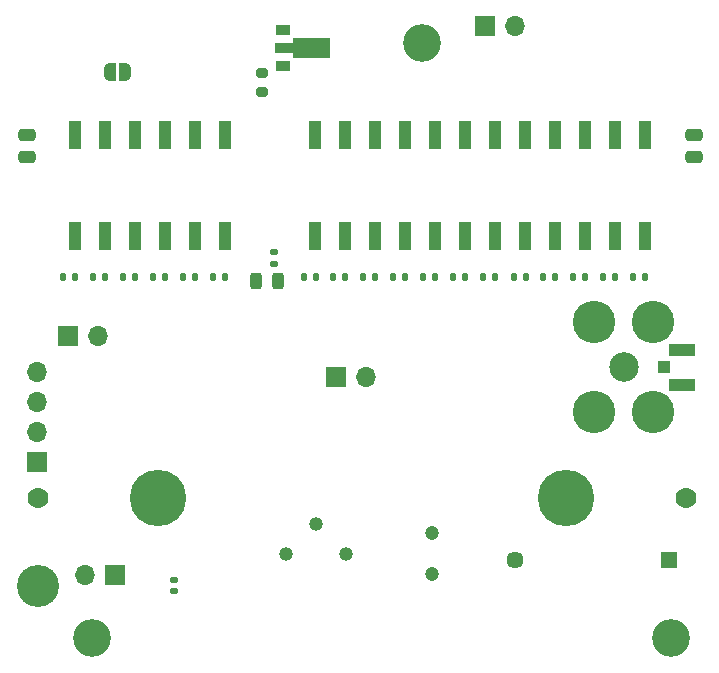
<source format=gbs>
%TF.GenerationSoftware,KiCad,Pcbnew,7.0.7*%
%TF.CreationDate,2023-11-28T10:24:49+01:00*%
%TF.ProjectId,wireless_Slave,77697265-6c65-4737-935f-536c6176652e,rev?*%
%TF.SameCoordinates,PXc751640PY92dda80*%
%TF.FileFunction,Soldermask,Bot*%
%TF.FilePolarity,Negative*%
%FSLAX46Y46*%
G04 Gerber Fmt 4.6, Leading zero omitted, Abs format (unit mm)*
G04 Created by KiCad (PCBNEW 7.0.7) date 2023-11-28 10:24:49*
%MOMM*%
%LPD*%
G01*
G04 APERTURE LIST*
G04 Aperture macros list*
%AMRoundRect*
0 Rectangle with rounded corners*
0 $1 Rounding radius*
0 $2 $3 $4 $5 $6 $7 $8 $9 X,Y pos of 4 corners*
0 Add a 4 corners polygon primitive as box body*
4,1,4,$2,$3,$4,$5,$6,$7,$8,$9,$2,$3,0*
0 Add four circle primitives for the rounded corners*
1,1,$1+$1,$2,$3*
1,1,$1+$1,$4,$5*
1,1,$1+$1,$6,$7*
1,1,$1+$1,$8,$9*
0 Add four rect primitives between the rounded corners*
20,1,$1+$1,$2,$3,$4,$5,0*
20,1,$1+$1,$4,$5,$6,$7,0*
20,1,$1+$1,$6,$7,$8,$9,0*
20,1,$1+$1,$8,$9,$2,$3,0*%
%AMFreePoly0*
4,1,9,3.862500,-0.866500,0.737500,-0.866500,0.737500,-0.450000,-0.737500,-0.450000,-0.737500,0.450000,0.737500,0.450000,0.737500,0.866500,3.862500,0.866500,3.862500,-0.866500,3.862500,-0.866500,$1*%
%AMFreePoly1*
4,1,19,0.500000,-0.750000,0.000000,-0.750000,0.000000,-0.744911,-0.071157,-0.744911,-0.207708,-0.704816,-0.327430,-0.627875,-0.420627,-0.520320,-0.479746,-0.390866,-0.500000,-0.250000,-0.500000,0.250000,-0.479746,0.390866,-0.420627,0.520320,-0.327430,0.627875,-0.207708,0.704816,-0.071157,0.744911,0.000000,0.744911,0.000000,0.750000,0.500000,0.750000,0.500000,-0.750000,0.500000,-0.750000,
$1*%
%AMFreePoly2*
4,1,19,0.000000,0.744911,0.071157,0.744911,0.207708,0.704816,0.327430,0.627875,0.420627,0.520320,0.479746,0.390866,0.500000,0.250000,0.500000,-0.250000,0.479746,-0.390866,0.420627,-0.520320,0.327430,-0.627875,0.207708,-0.704816,0.071157,-0.744911,0.000000,-0.744911,0.000000,-0.750000,-0.500000,-0.750000,-0.500000,0.750000,0.000000,0.750000,0.000000,0.744911,0.000000,0.744911,
$1*%
G04 Aperture macros list end*
%ADD10R,1.130000X2.440000*%
%ADD11C,1.192000*%
%ADD12R,1.447000X1.447000*%
%ADD13C,1.447000*%
%ADD14R,1.050000X1.000000*%
%ADD15R,2.200000X1.050000*%
%ADD16RoundRect,0.200000X-0.275000X0.200000X-0.275000X-0.200000X0.275000X-0.200000X0.275000X0.200000X0*%
%ADD17RoundRect,0.135000X0.185000X-0.135000X0.185000X0.135000X-0.185000X0.135000X-0.185000X-0.135000X0*%
%ADD18R,1.300000X0.900000*%
%ADD19FreePoly0,0.000000*%
%ADD20R,1.700000X1.700000*%
%ADD21O,1.700000X1.700000*%
%ADD22RoundRect,0.243750X0.243750X0.456250X-0.243750X0.456250X-0.243750X-0.456250X0.243750X-0.456250X0*%
%ADD23C,3.200000*%
%ADD24C,1.200000*%
%ADD25C,3.590000*%
%ADD26RoundRect,0.250000X-0.475000X0.250000X-0.475000X-0.250000X0.475000X-0.250000X0.475000X0.250000X0*%
%ADD27RoundRect,0.135000X-0.135000X-0.185000X0.135000X-0.185000X0.135000X0.185000X-0.135000X0.185000X0*%
%ADD28RoundRect,0.140000X0.170000X-0.140000X0.170000X0.140000X-0.170000X0.140000X-0.170000X-0.140000X0*%
%ADD29C,2.500000*%
%ADD30FreePoly1,0.000000*%
%ADD31FreePoly2,0.000000*%
%ADD32C,4.780000*%
%ADD33C,1.770000*%
%ADD34C,3.560000*%
G04 APERTURE END LIST*
D10*
%TO.C,SW1*%
X19260000Y37005000D03*
X16720000Y37005000D03*
X14180000Y37005000D03*
X11640000Y37005000D03*
X9100000Y37005000D03*
X6560000Y37005000D03*
X19260000Y45605000D03*
X16720000Y45605000D03*
X14180000Y45605000D03*
X11640000Y45605000D03*
X9100000Y45605000D03*
X6560000Y45605000D03*
%TD*%
D11*
%TO.C,U1*%
X29460000Y10100000D03*
X26920000Y12640000D03*
X24380000Y10100000D03*
%TD*%
D12*
%TO.C,S1*%
X56810000Y9600000D03*
D13*
X43810000Y9600000D03*
%TD*%
D14*
%TO.C,J6*%
X56445000Y25935000D03*
D15*
X57970000Y24460000D03*
X57970000Y27410000D03*
%TD*%
D16*
%TO.C,R34*%
X22420000Y50855000D03*
X22420000Y49205000D03*
%TD*%
D17*
%TO.C,R33*%
X23390000Y34690000D03*
X23390000Y35710000D03*
%TD*%
D18*
%TO.C,Q1*%
X24180000Y51470000D03*
D19*
X24267500Y52970000D03*
D18*
X24180000Y54470000D03*
%TD*%
D20*
%TO.C,J7*%
X41285000Y54840000D03*
D21*
X43825000Y54840000D03*
%TD*%
D22*
%TO.C,D1*%
X23763690Y33205000D03*
X21888690Y33205000D03*
%TD*%
D20*
%TO.C,J5*%
X9940000Y8350000D03*
D21*
X7400000Y8350000D03*
%TD*%
D23*
%TO.C,H2*%
X57000000Y3000000D03*
%TD*%
D24*
%TO.C,R6*%
X36770000Y8460000D03*
X36770000Y11860000D03*
%TD*%
D25*
%TO.C,AE1*%
X55480000Y29730000D03*
X50450000Y29730000D03*
X55480000Y22110000D03*
X50450000Y22110000D03*
%TD*%
D20*
%TO.C,J4*%
X3290000Y17940000D03*
D21*
X3290000Y20480000D03*
X3290000Y23020000D03*
X3290000Y25560000D03*
%TD*%
D23*
%TO.C,H1*%
X35950000Y53400000D03*
%TD*%
%TO.C,H3*%
X8000000Y3000000D03*
%TD*%
D26*
%TO.C,C26*%
X2490000Y45600000D03*
X2490000Y43700000D03*
%TD*%
%TO.C,C23*%
X58930000Y45610000D03*
X58930000Y43710000D03*
%TD*%
D10*
%TO.C,SW2*%
X54850000Y37000000D03*
X52310000Y37000000D03*
X49770000Y37000000D03*
X47230000Y37000000D03*
X44690000Y37000000D03*
X42150000Y37000000D03*
X39610000Y37000000D03*
X37070000Y37000000D03*
X34530000Y37000000D03*
X31990000Y37000000D03*
X29450000Y37000000D03*
X26910000Y37000000D03*
X54850000Y45610000D03*
X52310000Y45610000D03*
X49770000Y45610000D03*
X47230000Y45610000D03*
X44690000Y45610000D03*
X42150000Y45610000D03*
X39610000Y45610000D03*
X37070000Y45610000D03*
X34530000Y45610000D03*
X31990000Y45610000D03*
X29450000Y45610000D03*
X26910000Y45610000D03*
%TD*%
D27*
%TO.C,R23*%
X43690000Y33580000D03*
X44710000Y33580000D03*
%TD*%
D20*
%TO.C,J1*%
X28660000Y25120000D03*
D21*
X31200000Y25120000D03*
%TD*%
D27*
%TO.C,R19*%
X53830000Y33580000D03*
X54850000Y33580000D03*
%TD*%
D20*
%TO.C,J3*%
X5920000Y28580000D03*
D21*
X8460000Y28580000D03*
%TD*%
D27*
%TO.C,R25*%
X38590000Y33580000D03*
X39610000Y33580000D03*
%TD*%
%TO.C,R21*%
X48750000Y33580000D03*
X49770000Y33580000D03*
%TD*%
D28*
%TO.C,C22*%
X14920000Y6960000D03*
X14920000Y7920000D03*
%TD*%
D29*
%TO.C,Antenna1*%
X53030000Y25946000D03*
%TD*%
D27*
%TO.C,R16*%
X10620000Y33580000D03*
X11640000Y33580000D03*
%TD*%
%TO.C,R15*%
X13160000Y33580000D03*
X14180000Y33580000D03*
%TD*%
%TO.C,R28*%
X30960000Y33580000D03*
X31980000Y33580000D03*
%TD*%
%TO.C,R18*%
X5540000Y33580000D03*
X6560000Y33580000D03*
%TD*%
%TO.C,R30*%
X25900000Y33580000D03*
X26920000Y33580000D03*
%TD*%
%TO.C,R13*%
X18240000Y33580000D03*
X19260000Y33580000D03*
%TD*%
%TO.C,R14*%
X15700000Y33580000D03*
X16720000Y33580000D03*
%TD*%
%TO.C,R17*%
X8080000Y33580000D03*
X9100000Y33580000D03*
%TD*%
%TO.C,R27*%
X33510000Y33580000D03*
X34530000Y33580000D03*
%TD*%
%TO.C,R22*%
X46210000Y33580000D03*
X47230000Y33580000D03*
%TD*%
%TO.C,R20*%
X51290000Y33580000D03*
X52310000Y33580000D03*
%TD*%
%TO.C,R29*%
X28430000Y33580000D03*
X29450000Y33580000D03*
%TD*%
D30*
%TO.C,USB_Power1*%
X9500000Y50950000D03*
D31*
X10800000Y50950000D03*
%TD*%
D27*
%TO.C,R24*%
X41130000Y33580000D03*
X42150000Y33580000D03*
%TD*%
%TO.C,R26*%
X36050000Y33580000D03*
X37070000Y33580000D03*
%TD*%
D32*
%TO.C,BT1*%
X48130000Y14870000D03*
X13590000Y14870000D03*
D33*
X58290000Y14870000D03*
X3430000Y14870000D03*
D34*
X3430000Y7400000D03*
%TD*%
M02*

</source>
